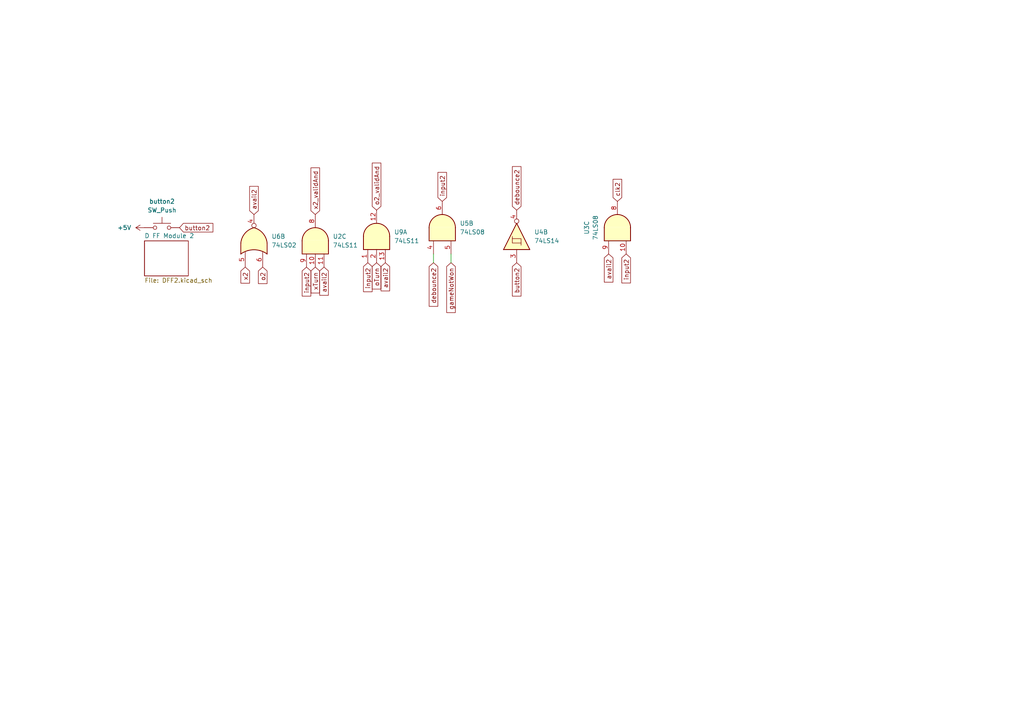
<source format=kicad_sch>
(kicad_sch
	(version 20250114)
	(generator "eeschema")
	(generator_version "9.0")
	(uuid "ecc926be-ca33-4adb-bca6-9f5bee590cbc")
	(paper "A4")
	(lib_symbols
		(symbol "74xx:74LS02"
			(pin_names
				(offset 1.016)
			)
			(exclude_from_sim no)
			(in_bom yes)
			(on_board yes)
			(property "Reference" "U"
				(at 0 1.27 0)
				(effects
					(font
						(size 1.27 1.27)
					)
				)
			)
			(property "Value" "74LS02"
				(at 0 -1.27 0)
				(effects
					(font
						(size 1.27 1.27)
					)
				)
			)
			(property "Footprint" ""
				(at 0 0 0)
				(effects
					(font
						(size 1.27 1.27)
					)
					(hide yes)
				)
			)
			(property "Datasheet" "http://www.ti.com/lit/gpn/sn74ls02"
				(at 0 0 0)
				(effects
					(font
						(size 1.27 1.27)
					)
					(hide yes)
				)
			)
			(property "Description" "quad 2-input NOR gate"
				(at 0 0 0)
				(effects
					(font
						(size 1.27 1.27)
					)
					(hide yes)
				)
			)
			(property "ki_locked" ""
				(at 0 0 0)
				(effects
					(font
						(size 1.27 1.27)
					)
				)
			)
			(property "ki_keywords" "TTL Nor2"
				(at 0 0 0)
				(effects
					(font
						(size 1.27 1.27)
					)
					(hide yes)
				)
			)
			(property "ki_fp_filters" "SO14* DIP*W7.62mm*"
				(at 0 0 0)
				(effects
					(font
						(size 1.27 1.27)
					)
					(hide yes)
				)
			)
			(symbol "74LS02_1_1"
				(arc
					(start -3.81 3.81)
					(mid -2.589 0)
					(end -3.81 -3.81)
					(stroke
						(width 0.254)
						(type default)
					)
					(fill
						(type none)
					)
				)
				(polyline
					(pts
						(xy -3.81 3.81) (xy -0.635 3.81)
					)
					(stroke
						(width 0.254)
						(type default)
					)
					(fill
						(type background)
					)
				)
				(polyline
					(pts
						(xy -3.81 -3.81) (xy -0.635 -3.81)
					)
					(stroke
						(width 0.254)
						(type default)
					)
					(fill
						(type background)
					)
				)
				(arc
					(start 3.81 0)
					(mid 2.1855 -2.584)
					(end -0.6096 -3.81)
					(stroke
						(width 0.254)
						(type default)
					)
					(fill
						(type background)
					)
				)
				(arc
					(start -0.6096 3.81)
					(mid 2.1928 2.5924)
					(end 3.81 0)
					(stroke
						(width 0.254)
						(type default)
					)
					(fill
						(type background)
					)
				)
				(polyline
					(pts
						(xy -0.635 3.81) (xy -3.81 3.81) (xy -3.81 3.81) (xy -3.556 3.4036) (xy -3.0226 2.2606) (xy -2.6924 1.0414)
						(xy -2.6162 -0.254) (xy -2.7686 -1.4986) (xy -3.175 -2.7178) (xy -3.81 -3.81) (xy -3.81 -3.81)
						(xy -0.635 -3.81)
					)
					(stroke
						(width -25.4)
						(type default)
					)
					(fill
						(type background)
					)
				)
				(pin input line
					(at -7.62 2.54 0)
					(length 4.318)
					(name "~"
						(effects
							(font
								(size 1.27 1.27)
							)
						)
					)
					(number "2"
						(effects
							(font
								(size 1.27 1.27)
							)
						)
					)
				)
				(pin input line
					(at -7.62 -2.54 0)
					(length 4.318)
					(name "~"
						(effects
							(font
								(size 1.27 1.27)
							)
						)
					)
					(number "3"
						(effects
							(font
								(size 1.27 1.27)
							)
						)
					)
				)
				(pin output inverted
					(at 7.62 0 180)
					(length 3.81)
					(name "~"
						(effects
							(font
								(size 1.27 1.27)
							)
						)
					)
					(number "1"
						(effects
							(font
								(size 1.27 1.27)
							)
						)
					)
				)
			)
			(symbol "74LS02_1_2"
				(arc
					(start 0 3.81)
					(mid 3.7934 0)
					(end 0 -3.81)
					(stroke
						(width 0.254)
						(type default)
					)
					(fill
						(type background)
					)
				)
				(polyline
					(pts
						(xy 0 3.81) (xy -3.81 3.81) (xy -3.81 -3.81) (xy 0 -3.81)
					)
					(stroke
						(width 0.254)
						(type default)
					)
					(fill
						(type background)
					)
				)
				(pin input inverted
					(at -7.62 2.54 0)
					(length 3.81)
					(name "~"
						(effects
							(font
								(size 1.27 1.27)
							)
						)
					)
					(number "2"
						(effects
							(font
								(size 1.27 1.27)
							)
						)
					)
				)
				(pin input inverted
					(at -7.62 -2.54 0)
					(length 3.81)
					(name "~"
						(effects
							(font
								(size 1.27 1.27)
							)
						)
					)
					(number "3"
						(effects
							(font
								(size 1.27 1.27)
							)
						)
					)
				)
				(pin output line
					(at 7.62 0 180)
					(length 3.81)
					(name "~"
						(effects
							(font
								(size 1.27 1.27)
							)
						)
					)
					(number "1"
						(effects
							(font
								(size 1.27 1.27)
							)
						)
					)
				)
			)
			(symbol "74LS02_2_1"
				(arc
					(start -3.81 3.81)
					(mid -2.589 0)
					(end -3.81 -3.81)
					(stroke
						(width 0.254)
						(type default)
					)
					(fill
						(type none)
					)
				)
				(polyline
					(pts
						(xy -3.81 3.81) (xy -0.635 3.81)
					)
					(stroke
						(width 0.254)
						(type default)
					)
					(fill
						(type background)
					)
				)
				(polyline
					(pts
						(xy -3.81 -3.81) (xy -0.635 -3.81)
					)
					(stroke
						(width 0.254)
						(type default)
					)
					(fill
						(type background)
					)
				)
				(arc
					(start 3.81 0)
					(mid 2.1855 -2.584)
					(end -0.6096 -3.81)
					(stroke
						(width 0.254)
						(type default)
					)
					(fill
						(type background)
					)
				)
				(arc
					(start -0.6096 3.81)
					(mid 2.1928 2.5924)
					(end 3.81 0)
					(stroke
						(width 0.254)
						(type default)
					)
					(fill
						(type background)
					)
				)
				(polyline
					(pts
						(xy -0.635 3.81) (xy -3.81 3.81) (xy -3.81 3.81) (xy -3.556 3.4036) (xy -3.0226 2.2606) (xy -2.6924 1.0414)
						(xy -2.6162 -0.254) (xy -2.7686 -1.4986) (xy -3.175 -2.7178) (xy -3.81 -3.81) (xy -3.81 -3.81)
						(xy -0.635 -3.81)
					)
					(stroke
						(width -25.4)
						(type default)
					)
					(fill
						(type background)
					)
				)
				(pin input line
					(at -7.62 2.54 0)
					(length 4.318)
					(name "~"
						(effects
							(font
								(size 1.27 1.27)
							)
						)
					)
					(number "5"
						(effects
							(font
								(size 1.27 1.27)
							)
						)
					)
				)
				(pin input line
					(at -7.62 -2.54 0)
					(length 4.318)
					(name "~"
						(effects
							(font
								(size 1.27 1.27)
							)
						)
					)
					(number "6"
						(effects
							(font
								(size 1.27 1.27)
							)
						)
					)
				)
				(pin output inverted
					(at 7.62 0 180)
					(length 3.81)
					(name "~"
						(effects
							(font
								(size 1.27 1.27)
							)
						)
					)
					(number "4"
						(effects
							(font
								(size 1.27 1.27)
							)
						)
					)
				)
			)
			(symbol "74LS02_2_2"
				(arc
					(start 0 3.81)
					(mid 3.7934 0)
					(end 0 -3.81)
					(stroke
						(width 0.254)
						(type default)
					)
					(fill
						(type background)
					)
				)
				(polyline
					(pts
						(xy 0 3.81) (xy -3.81 3.81) (xy -3.81 -3.81) (xy 0 -3.81)
					)
					(stroke
						(width 0.254)
						(type default)
					)
					(fill
						(type background)
					)
				)
				(pin input inverted
					(at -7.62 2.54 0)
					(length 3.81)
					(name "~"
						(effects
							(font
								(size 1.27 1.27)
							)
						)
					)
					(number "5"
						(effects
							(font
								(size 1.27 1.27)
							)
						)
					)
				)
				(pin input inverted
					(at -7.62 -2.54 0)
					(length 3.81)
					(name "~"
						(effects
							(font
								(size 1.27 1.27)
							)
						)
					)
					(number "6"
						(effects
							(font
								(size 1.27 1.27)
							)
						)
					)
				)
				(pin output line
					(at 7.62 0 180)
					(length 3.81)
					(name "~"
						(effects
							(font
								(size 1.27 1.27)
							)
						)
					)
					(number "4"
						(effects
							(font
								(size 1.27 1.27)
							)
						)
					)
				)
			)
			(symbol "74LS02_3_1"
				(arc
					(start -3.81 3.81)
					(mid -2.589 0)
					(end -3.81 -3.81)
					(stroke
						(width 0.254)
						(type default)
					)
					(fill
						(type none)
					)
				)
				(polyline
					(pts
						(xy -3.81 3.81) (xy -0.635 3.81)
					)
					(stroke
						(width 0.254)
						(type default)
					)
					(fill
						(type background)
					)
				)
				(polyline
					(pts
						(xy -3.81 -3.81) (xy -0.635 -3.81)
					)
					(stroke
						(width 0.254)
						(type default)
					)
					(fill
						(type background)
					)
				)
				(arc
					(start 3.81 0)
					(mid 2.1855 -2.584)
					(end -0.6096 -3.81)
					(stroke
						(width 0.254)
						(type default)
					)
					(fill
						(type background)
					)
				)
				(arc
					(start -0.6096 3.81)
					(mid 2.1928 2.5924)
					(end 3.81 0)
					(stroke
						(width 0.254)
						(type default)
					)
					(fill
						(type background)
					)
				)
				(polyline
					(pts
						(xy -0.635 3.81) (xy -3.81 3.81) (xy -3.81 3.81) (xy -3.556 3.4036) (xy -3.0226 2.2606) (xy -2.6924 1.0414)
						(xy -2.6162 -0.254) (xy -2.7686 -1.4986) (xy -3.175 -2.7178) (xy -3.81 -3.81) (xy -3.81 -3.81)
						(xy -0.635 -3.81)
					)
					(stroke
						(width -25.4)
						(type default)
					)
					(fill
						(type background)
					)
				)
				(pin input line
					(at -7.62 2.54 0)
					(length 4.318)
					(name "~"
						(effects
							(font
								(size 1.27 1.27)
							)
						)
					)
					(number "8"
						(effects
							(font
								(size 1.27 1.27)
							)
						)
					)
				)
				(pin input line
					(at -7.62 -2.54 0)
					(length 4.318)
					(name "~"
						(effects
							(font
								(size 1.27 1.27)
							)
						)
					)
					(number "9"
						(effects
							(font
								(size 1.27 1.27)
							)
						)
					)
				)
				(pin output inverted
					(at 7.62 0 180)
					(length 3.81)
					(name "~"
						(effects
							(font
								(size 1.27 1.27)
							)
						)
					)
					(number "10"
						(effects
							(font
								(size 1.27 1.27)
							)
						)
					)
				)
			)
			(symbol "74LS02_3_2"
				(arc
					(start 0 3.81)
					(mid 3.7934 0)
					(end 0 -3.81)
					(stroke
						(width 0.254)
						(type default)
					)
					(fill
						(type background)
					)
				)
				(polyline
					(pts
						(xy 0 3.81) (xy -3.81 3.81) (xy -3.81 -3.81) (xy 0 -3.81)
					)
					(stroke
						(width 0.254)
						(type default)
					)
					(fill
						(type background)
					)
				)
				(pin input inverted
					(at -7.62 2.54 0)
					(length 3.81)
					(name "~"
						(effects
							(font
								(size 1.27 1.27)
							)
						)
					)
					(number "8"
						(effects
							(font
								(size 1.27 1.27)
							)
						)
					)
				)
				(pin input inverted
					(at -7.62 -2.54 0)
					(length 3.81)
					(name "~"
						(effects
							(font
								(size 1.27 1.27)
							)
						)
					)
					(number "9"
						(effects
							(font
								(size 1.27 1.27)
							)
						)
					)
				)
				(pin output line
					(at 7.62 0 180)
					(length 3.81)
					(name "~"
						(effects
							(font
								(size 1.27 1.27)
							)
						)
					)
					(number "10"
						(effects
							(font
								(size 1.27 1.27)
							)
						)
					)
				)
			)
			(symbol "74LS02_4_1"
				(arc
					(start -3.81 3.81)
					(mid -2.589 0)
					(end -3.81 -3.81)
					(stroke
						(width 0.254)
						(type default)
					)
					(fill
						(type none)
					)
				)
				(polyline
					(pts
						(xy -3.81 3.81) (xy -0.635 3.81)
					)
					(stroke
						(width 0.254)
						(type default)
					)
					(fill
						(type background)
					)
				)
				(polyline
					(pts
						(xy -3.81 -3.81) (xy -0.635 -3.81)
					)
					(stroke
						(width 0.254)
						(type default)
					)
					(fill
						(type background)
					)
				)
				(arc
					(start 3.81 0)
					(mid 2.1855 -2.584)
					(end -0.6096 -3.81)
					(stroke
						(width 0.254)
						(type default)
					)
					(fill
						(type background)
					)
				)
				(arc
					(start -0.6096 3.81)
					(mid 2.1928 2.5924)
					(end 3.81 0)
					(stroke
						(width 0.254)
						(type default)
					)
					(fill
						(type background)
					)
				)
				(polyline
					(pts
						(xy -0.635 3.81) (xy -3.81 3.81) (xy -3.81 3.81) (xy -3.556 3.4036) (xy -3.0226 2.2606) (xy -2.6924 1.0414)
						(xy -2.6162 -0.254) (xy -2.7686 -1.4986) (xy -3.175 -2.7178) (xy -3.81 -3.81) (xy -3.81 -3.81)
						(xy -0.635 -3.81)
					)
					(stroke
						(width -25.4)
						(type default)
					)
					(fill
						(type background)
					)
				)
				(pin input line
					(at -7.62 2.54 0)
					(length 4.318)
					(name "~"
						(effects
							(font
								(size 1.27 1.27)
							)
						)
					)
					(number "11"
						(effects
							(font
								(size 1.27 1.27)
							)
						)
					)
				)
				(pin input line
					(at -7.62 -2.54 0)
					(length 4.318)
					(name "~"
						(effects
							(font
								(size 1.27 1.27)
							)
						)
					)
					(number "12"
						(effects
							(font
								(size 1.27 1.27)
							)
						)
					)
				)
				(pin output inverted
					(at 7.62 0 180)
					(length 3.81)
					(name "~"
						(effects
							(font
								(size 1.27 1.27)
							)
						)
					)
					(number "13"
						(effects
							(font
								(size 1.27 1.27)
							)
						)
					)
				)
			)
			(symbol "74LS02_4_2"
				(arc
					(start 0 3.81)
					(mid 3.7934 0)
					(end 0 -3.81)
					(stroke
						(width 0.254)
						(type default)
					)
					(fill
						(type background)
					)
				)
				(polyline
					(pts
						(xy 0 3.81) (xy -3.81 3.81) (xy -3.81 -3.81) (xy 0 -3.81)
					)
					(stroke
						(width 0.254)
						(type default)
					)
					(fill
						(type background)
					)
				)
				(pin input inverted
					(at -7.62 2.54 0)
					(length 3.81)
					(name "~"
						(effects
							(font
								(size 1.27 1.27)
							)
						)
					)
					(number "11"
						(effects
							(font
								(size 1.27 1.27)
							)
						)
					)
				)
				(pin input inverted
					(at -7.62 -2.54 0)
					(length 3.81)
					(name "~"
						(effects
							(font
								(size 1.27 1.27)
							)
						)
					)
					(number "12"
						(effects
							(font
								(size 1.27 1.27)
							)
						)
					)
				)
				(pin output line
					(at 7.62 0 180)
					(length 3.81)
					(name "~"
						(effects
							(font
								(size 1.27 1.27)
							)
						)
					)
					(number "13"
						(effects
							(font
								(size 1.27 1.27)
							)
						)
					)
				)
			)
			(symbol "74LS02_5_0"
				(pin power_in line
					(at 0 12.7 270)
					(length 5.08)
					(name "VCC"
						(effects
							(font
								(size 1.27 1.27)
							)
						)
					)
					(number "14"
						(effects
							(font
								(size 1.27 1.27)
							)
						)
					)
				)
				(pin power_in line
					(at 0 -12.7 90)
					(length 5.08)
					(name "GND"
						(effects
							(font
								(size 1.27 1.27)
							)
						)
					)
					(number "7"
						(effects
							(font
								(size 1.27 1.27)
							)
						)
					)
				)
			)
			(symbol "74LS02_5_1"
				(rectangle
					(start -5.08 7.62)
					(end 5.08 -7.62)
					(stroke
						(width 0.254)
						(type default)
					)
					(fill
						(type background)
					)
				)
			)
			(embedded_fonts no)
		)
		(symbol "74xx:74LS08"
			(pin_names
				(offset 1.016)
			)
			(exclude_from_sim no)
			(in_bom yes)
			(on_board yes)
			(property "Reference" "U"
				(at 0 1.27 0)
				(effects
					(font
						(size 1.27 1.27)
					)
				)
			)
			(property "Value" "74LS08"
				(at 0 -1.27 0)
				(effects
					(font
						(size 1.27 1.27)
					)
				)
			)
			(property "Footprint" ""
				(at 0 0 0)
				(effects
					(font
						(size 1.27 1.27)
					)
					(hide yes)
				)
			)
			(property "Datasheet" "http://www.ti.com/lit/gpn/sn74LS08"
				(at 0 0 0)
				(effects
					(font
						(size 1.27 1.27)
					)
					(hide yes)
				)
			)
			(property "Description" "Quad And2"
				(at 0 0 0)
				(effects
					(font
						(size 1.27 1.27)
					)
					(hide yes)
				)
			)
			(property "ki_locked" ""
				(at 0 0 0)
				(effects
					(font
						(size 1.27 1.27)
					)
				)
			)
			(property "ki_keywords" "TTL and2"
				(at 0 0 0)
				(effects
					(font
						(size 1.27 1.27)
					)
					(hide yes)
				)
			)
			(property "ki_fp_filters" "DIP*W7.62mm*"
				(at 0 0 0)
				(effects
					(font
						(size 1.27 1.27)
					)
					(hide yes)
				)
			)
			(symbol "74LS08_1_1"
				(arc
					(start 0 3.81)
					(mid 3.7934 0)
					(end 0 -3.81)
					(stroke
						(width 0.254)
						(type default)
					)
					(fill
						(type background)
					)
				)
				(polyline
					(pts
						(xy 0 3.81) (xy -3.81 3.81) (xy -3.81 -3.81) (xy 0 -3.81)
					)
					(stroke
						(width 0.254)
						(type default)
					)
					(fill
						(type background)
					)
				)
				(pin input line
					(at -7.62 2.54 0)
					(length 3.81)
					(name "~"
						(effects
							(font
								(size 1.27 1.27)
							)
						)
					)
					(number "1"
						(effects
							(font
								(size 1.27 1.27)
							)
						)
					)
				)
				(pin input line
					(at -7.62 -2.54 0)
					(length 3.81)
					(name "~"
						(effects
							(font
								(size 1.27 1.27)
							)
						)
					)
					(number "2"
						(effects
							(font
								(size 1.27 1.27)
							)
						)
					)
				)
				(pin output line
					(at 7.62 0 180)
					(length 3.81)
					(name "~"
						(effects
							(font
								(size 1.27 1.27)
							)
						)
					)
					(number "3"
						(effects
							(font
								(size 1.27 1.27)
							)
						)
					)
				)
			)
			(symbol "74LS08_1_2"
				(arc
					(start -3.81 3.81)
					(mid -2.589 0)
					(end -3.81 -3.81)
					(stroke
						(width 0.254)
						(type default)
					)
					(fill
						(type none)
					)
				)
				(polyline
					(pts
						(xy -3.81 3.81) (xy -0.635 3.81)
					)
					(stroke
						(width 0.254)
						(type default)
					)
					(fill
						(type background)
					)
				)
				(polyline
					(pts
						(xy -3.81 -3.81) (xy -0.635 -3.81)
					)
					(stroke
						(width 0.254)
						(type default)
					)
					(fill
						(type background)
					)
				)
				(arc
					(start 3.81 0)
					(mid 2.1855 -2.584)
					(end -0.6096 -3.81)
					(stroke
						(width 0.254)
						(type default)
					)
					(fill
						(type background)
					)
				)
				(arc
					(start -0.6096 3.81)
					(mid 2.1928 2.5924)
					(end 3.81 0)
					(stroke
						(width 0.254)
						(type default)
					)
					(fill
						(type background)
					)
				)
				(polyline
					(pts
						(xy -0.635 3.81) (xy -3.81 3.81) (xy -3.81 3.81) (xy -3.556 3.4036) (xy -3.0226 2.2606) (xy -2.6924 1.0414)
						(xy -2.6162 -0.254) (xy -2.7686 -1.4986) (xy -3.175 -2.7178) (xy -3.81 -3.81) (xy -3.81 -3.81)
						(xy -0.635 -3.81)
					)
					(stroke
						(width -25.4)
						(type default)
					)
					(fill
						(type background)
					)
				)
				(pin input inverted
					(at -7.62 2.54 0)
					(length 4.318)
					(name "~"
						(effects
							(font
								(size 1.27 1.27)
							)
						)
					)
					(number "1"
						(effects
							(font
								(size 1.27 1.27)
							)
						)
					)
				)
				(pin input inverted
					(at -7.62 -2.54 0)
					(length 4.318)
					(name "~"
						(effects
							(font
								(size 1.27 1.27)
							)
						)
					)
					(number "2"
						(effects
							(font
								(size 1.27 1.27)
							)
						)
					)
				)
				(pin output inverted
					(at 7.62 0 180)
					(length 3.81)
					(name "~"
						(effects
							(font
								(size 1.27 1.27)
							)
						)
					)
					(number "3"
						(effects
							(font
								(size 1.27 1.27)
							)
						)
					)
				)
			)
			(symbol "74LS08_2_1"
				(arc
					(start 0 3.81)
					(mid 3.7934 0)
					(end 0 -3.81)
					(stroke
						(width 0.254)
						(type default)
					)
					(fill
						(type background)
					)
				)
				(polyline
					(pts
						(xy 0 3.81) (xy -3.81 3.81) (xy -3.81 -3.81) (xy 0 -3.81)
					)
					(stroke
						(width 0.254)
						(type default)
					)
					(fill
						(type background)
					)
				)
				(pin input line
					(at -7.62 2.54 0)
					(length 3.81)
					(name "~"
						(effects
							(font
								(size 1.27 1.27)
							)
						)
					)
					(number "4"
						(effects
							(font
								(size 1.27 1.27)
							)
						)
					)
				)
				(pin input line
					(at -7.62 -2.54 0)
					(length 3.81)
					(name "~"
						(effects
							(font
								(size 1.27 1.27)
							)
						)
					)
					(number "5"
						(effects
							(font
								(size 1.27 1.27)
							)
						)
					)
				)
				(pin output line
					(at 7.62 0 180)
					(length 3.81)
					(name "~"
						(effects
							(font
								(size 1.27 1.27)
							)
						)
					)
					(number "6"
						(effects
							(font
								(size 1.27 1.27)
							)
						)
					)
				)
			)
			(symbol "74LS08_2_2"
				(arc
					(start -3.81 3.81)
					(mid -2.589 0)
					(end -3.81 -3.81)
					(stroke
						(width 0.254)
						(type default)
					)
					(fill
						(type none)
					)
				)
				(polyline
					(pts
						(xy -3.81 3.81) (xy -0.635 3.81)
					)
					(stroke
						(width 0.254)
						(type default)
					)
					(fill
						(type background)
					)
				)
				(polyline
					(pts
						(xy -3.81 -3.81) (xy -0.635 -3.81)
					)
					(stroke
						(width 0.254)
						(type default)
					)
					(fill
						(type background)
					)
				)
				(arc
					(start 3.81 0)
					(mid 2.1855 -2.584)
					(end -0.6096 -3.81)
					(stroke
						(width 0.254)
						(type default)
					)
					(fill
						(type background)
					)
				)
				(arc
					(start -0.6096 3.81)
					(mid 2.1928 2.5924)
					(end 3.81 0)
					(stroke
						(width 0.254)
						(type default)
					)
					(fill
						(type background)
					)
				)
				(polyline
					(pts
						(xy -0.635 3.81) (xy -3.81 3.81) (xy -3.81 3.81) (xy -3.556 3.4036) (xy -3.0226 2.2606) (xy -2.6924 1.0414)
						(xy -2.6162 -0.254) (xy -2.7686 -1.4986) (xy -3.175 -2.7178) (xy -3.81 -3.81) (xy -3.81 -3.81)
						(xy -0.635 -3.81)
					)
					(stroke
						(width -25.4)
						(type default)
					)
					(fill
						(type background)
					)
				)
				(pin input inverted
					(at -7.62 2.54 0)
					(length 4.318)
					(name "~"
						(effects
							(font
								(size 1.27 1.27)
							)
						)
					)
					(number "4"
						(effects
							(font
								(size 1.27 1.27)
							)
						)
					)
				)
				(pin input inverted
					(at -7.62 -2.54 0)
					(length 4.318)
					(name "~"
						(effects
							(font
								(size 1.27 1.27)
							)
						)
					)
					(number "5"
						(effects
							(font
								(size 1.27 1.27)
							)
						)
					)
				)
				(pin output inverted
					(at 7.62 0 180)
					(length 3.81)
					(name "~"
						(effects
							(font
								(size 1.27 1.27)
							)
						)
					)
					(number "6"
						(effects
							(font
								(size 1.27 1.27)
							)
						)
					)
				)
			)
			(symbol "74LS08_3_1"
				(arc
					(start 0 3.81)
					(mid 3.7934 0)
					(end 0 -3.81)
					(stroke
						(width 0.254)
						(type default)
					)
					(fill
						(type background)
					)
				)
				(polyline
					(pts
						(xy 0 3.81) (xy -3.81 3.81) (xy -3.81 -3.81) (xy 0 -3.81)
					)
					(stroke
						(width 0.254)
						(type default)
					)
					(fill
						(type background)
					)
				)
				(pin input line
					(at -7.62 2.54 0)
					(length 3.81)
					(name "~"
						(effects
							(font
								(size 1.27 1.27)
							)
						)
					)
					(number "9"
						(effects
							(font
								(size 1.27 1.27)
							)
						)
					)
				)
				(pin input line
					(at -7.62 -2.54 0)
					(length 3.81)
					(name "~"
						(effects
							(font
								(size 1.27 1.27)
							)
						)
					)
					(number "10"
						(effects
							(font
								(size 1.27 1.27)
							)
						)
					)
				)
				(pin output line
					(at 7.62 0 180)
					(length 3.81)
					(name "~"
						(effects
							(font
								(size 1.27 1.27)
							)
						)
					)
					(number "8"
						(effects
							(font
								(size 1.27 1.27)
							)
						)
					)
				)
			)
			(symbol "74LS08_3_2"
				(arc
					(start -3.81 3.81)
					(mid -2.589 0)
					(end -3.81 -3.81)
					(stroke
						(width 0.254)
						(type default)
					)
					(fill
						(type none)
					)
				)
				(polyline
					(pts
						(xy -3.81 3.81) (xy -0.635 3.81)
					)
					(stroke
						(width 0.254)
						(type default)
					)
					(fill
						(type background)
					)
				)
				(polyline
					(pts
						(xy -3.81 -3.81) (xy -0.635 -3.81)
					)
					(stroke
						(width 0.254)
						(type default)
					)
					(fill
						(type background)
					)
				)
				(arc
					(start 3.81 0)
					(mid 2.1855 -2.584)
					(end -0.6096 -3.81)
					(stroke
						(width 0.254)
						(type default)
					)
					(fill
						(type background)
					)
				)
				(arc
					(start -0.6096 3.81)
					(mid 2.1928 2.5924)
					(end 3.81 0)
					(stroke
						(width 0.254)
						(type default)
					)
					(fill
						(type background)
					)
				)
				(polyline
					(pts
						(xy -0.635 3.81) (xy -3.81 3.81) (xy -3.81 3.81) (xy -3.556 3.4036) (xy -3.0226 2.2606) (xy -2.6924 1.0414)
						(xy -2.6162 -0.254) (xy -2.7686 -1.4986) (xy -3.175 -2.7178) (xy -3.81 -3.81) (xy -3.81 -3.81)
						(xy -0.635 -3.81)
					)
					(stroke
						(width -25.4)
						(type default)
					)
					(fill
						(type background)
					)
				)
				(pin input inverted
					(at -7.62 2.54 0)
					(length 4.318)
					(name "~"
						(effects
							(font
								(size 1.27 1.27)
							)
						)
					)
					(number "9"
						(effects
							(font
								(size 1.27 1.27)
							)
						)
					)
				)
				(pin input inverted
					(at -7.62 -2.54 0)
					(length 4.318)
					(name "~"
						(effects
							(font
								(size 1.27 1.27)
							)
						)
					)
					(number "10"
						(effects
							(font
								(size 1.27 1.27)
							)
						)
					)
				)
				(pin output inverted
					(at 7.62 0 180)
					(length 3.81)
					(name "~"
						(effects
							(font
								(size 1.27 1.27)
							)
						)
					)
					(number "8"
						(effects
							(font
								(size 1.27 1.27)
							)
						)
					)
				)
			)
			(symbol "74LS08_4_1"
				(arc
					(start 0 3.81)
					(mid 3.7934 0)
					(end 0 -3.81)
					(stroke
						(width 0.254)
						(type default)
					)
					(fill
						(type background)
					)
				)
				(polyline
					(pts
						(xy 0 3.81) (xy -3.81 3.81) (xy -3.81 -3.81) (xy 0 -3.81)
					)
					(stroke
						(width 0.254)
						(type default)
					)
					(fill
						(type background)
					)
				)
				(pin input line
					(at -7.62 2.54 0)
					(length 3.81)
					(name "~"
						(effects
							(font
								(size 1.27 1.27)
							)
						)
					)
					(number "12"
						(effects
							(font
								(size 1.27 1.27)
							)
						)
					)
				)
				(pin input line
					(at -7.62 -2.54 0)
					(length 3.81)
					(name "~"
						(effects
							(font
								(size 1.27 1.27)
							)
						)
					)
					(number "13"
						(effects
							(font
								(size 1.27 1.27)
							)
						)
					)
				)
				(pin output line
					(at 7.62 0 180)
					(length 3.81)
					(name "~"
						(effects
							(font
								(size 1.27 1.27)
							)
						)
					)
					(number "11"
						(effects
							(font
								(size 1.27 1.27)
							)
						)
					)
				)
			)
			(symbol "74LS08_4_2"
				(arc
					(start -3.81 3.81)
					(mid -2.589 0)
					(end -3.81 -3.81)
					(stroke
						(width 0.254)
						(type default)
					)
					(fill
						(type none)
					)
				)
				(polyline
					(pts
						(xy -3.81 3.81) (xy -0.635 3.81)
					)
					(stroke
						(width 0.254)
						(type default)
					)
					(fill
						(type background)
					)
				)
				(polyline
					(pts
						(xy -3.81 -3.81) (xy -0.635 -3.81)
					)
					(stroke
						(width 0.254)
						(type default)
					)
					(fill
						(type background)
					)
				)
				(arc
					(start 3.81 0)
					(mid 2.1855 -2.584)
					(end -0.6096 -3.81)
					(stroke
						(width 0.254)
						(type default)
					)
					(fill
						(type background)
					)
				)
				(arc
					(start -0.6096 3.81)
					(mid 2.1928 2.5924)
					(end 3.81 0)
					(stroke
						(width 0.254)
						(type default)
					)
					(fill
						(type background)
					)
				)
				(polyline
					(pts
						(xy -0.635 3.81) (xy -3.81 3.81) (xy -3.81 3.81) (xy -3.556 3.4036) (xy -3.0226 2.2606) (xy -2.6924 1.0414)
						(xy -2.6162 -0.254) (xy -2.7686 -1.4986) (xy -3.175 -2.7178) (xy -3.81 -3.81) (xy -3.81 -3.81)
						(xy -0.635 -3.81)
					)
					(stroke
						(width -25.4)
						(type default)
					)
					(fill
						(type background)
					)
				)
				(pin input inverted
					(at -7.62 2.54 0)
					(length 4.318)
					(name "~"
						(effects
							(font
								(size 1.27 1.27)
							)
						)
					)
					(number "12"
						(effects
							(font
								(size 1.27 1.27)
							)
						)
					)
				)
				(pin input inverted
					(at -7.62 -2.54 0)
					(length 4.318)
					(name "~"
						(effects
							(font
								(size 1.27 1.27)
							)
						)
					)
					(number "13"
						(effects
							(font
								(size 1.27 1.27)
							)
						)
					)
				)
				(pin output inverted
					(at 7.62 0 180)
					(length 3.81)
					(name "~"
						(effects
							(font
								(size 1.27 1.27)
							)
						)
					)
					(number "11"
						(effects
							(font
								(size 1.27 1.27)
							)
						)
					)
				)
			)
			(symbol "74LS08_5_0"
				(pin power_in line
					(at 0 12.7 270)
					(length 5.08)
					(name "VCC"
						(effects
							(font
								(size 1.27 1.27)
							)
						)
					)
					(number "14"
						(effects
							(font
								(size 1.27 1.27)
							)
						)
					)
				)
				(pin power_in line
					(at 0 -12.7 90)
					(length 5.08)
					(name "GND"
						(effects
							(font
								(size 1.27 1.27)
							)
						)
					)
					(number "7"
						(effects
							(font
								(size 1.27 1.27)
							)
						)
					)
				)
			)
			(symbol "74LS08_5_1"
				(rectangle
					(start -5.08 7.62)
					(end 5.08 -7.62)
					(stroke
						(width 0.254)
						(type default)
					)
					(fill
						(type background)
					)
				)
			)
			(embedded_fonts no)
		)
		(symbol "74xx:74LS11"
			(pin_names
				(offset 1.016)
			)
			(exclude_from_sim no)
			(in_bom yes)
			(on_board yes)
			(property "Reference" "U"
				(at 0 1.27 0)
				(effects
					(font
						(size 1.27 1.27)
					)
				)
			)
			(property "Value" "74LS11"
				(at 0 -1.27 0)
				(effects
					(font
						(size 1.27 1.27)
					)
				)
			)
			(property "Footprint" ""
				(at 0 0 0)
				(effects
					(font
						(size 1.27 1.27)
					)
					(hide yes)
				)
			)
			(property "Datasheet" "http://www.ti.com/lit/gpn/sn74LS11"
				(at 0 0 0)
				(effects
					(font
						(size 1.27 1.27)
					)
					(hide yes)
				)
			)
			(property "Description" "Triple 3-input AND"
				(at 0 0 0)
				(effects
					(font
						(size 1.27 1.27)
					)
					(hide yes)
				)
			)
			(property "ki_locked" ""
				(at 0 0 0)
				(effects
					(font
						(size 1.27 1.27)
					)
				)
			)
			(property "ki_keywords" "TTL And3"
				(at 0 0 0)
				(effects
					(font
						(size 1.27 1.27)
					)
					(hide yes)
				)
			)
			(property "ki_fp_filters" "DIP*W7.62mm*"
				(at 0 0 0)
				(effects
					(font
						(size 1.27 1.27)
					)
					(hide yes)
				)
			)
			(symbol "74LS11_1_1"
				(arc
					(start 0 3.81)
					(mid 3.7934 0)
					(end 0 -3.81)
					(stroke
						(width 0.254)
						(type default)
					)
					(fill
						(type background)
					)
				)
				(polyline
					(pts
						(xy 0 3.81) (xy -3.81 3.81) (xy -3.81 -3.81) (xy 0 -3.81)
					)
					(stroke
						(width 0.254)
						(type default)
					)
					(fill
						(type background)
					)
				)
				(pin input line
					(at -7.62 2.54 0)
					(length 3.81)
					(name "~"
						(effects
							(font
								(size 1.27 1.27)
							)
						)
					)
					(number "1"
						(effects
							(font
								(size 1.27 1.27)
							)
						)
					)
				)
				(pin input line
					(at -7.62 0 0)
					(length 3.81)
					(name "~"
						(effects
							(font
								(size 1.27 1.27)
							)
						)
					)
					(number "2"
						(effects
							(font
								(size 1.27 1.27)
							)
						)
					)
				)
				(pin input line
					(at -7.62 -2.54 0)
					(length 3.81)
					(name "~"
						(effects
							(font
								(size 1.27 1.27)
							)
						)
					)
					(number "13"
						(effects
							(font
								(size 1.27 1.27)
							)
						)
					)
				)
				(pin output line
					(at 7.62 0 180)
					(length 3.81)
					(name "~"
						(effects
							(font
								(size 1.27 1.27)
							)
						)
					)
					(number "12"
						(effects
							(font
								(size 1.27 1.27)
							)
						)
					)
				)
			)
			(symbol "74LS11_1_2"
				(arc
					(start -3.81 3.81)
					(mid -2.589 0)
					(end -3.81 -3.81)
					(stroke
						(width 0.254)
						(type default)
					)
					(fill
						(type none)
					)
				)
				(polyline
					(pts
						(xy -3.81 3.81) (xy -0.635 3.81)
					)
					(stroke
						(width 0.254)
						(type default)
					)
					(fill
						(type background)
					)
				)
				(polyline
					(pts
						(xy -3.81 -3.81) (xy -0.635 -3.81)
					)
					(stroke
						(width 0.254)
						(type default)
					)
					(fill
						(type background)
					)
				)
				(arc
					(start 3.81 0)
					(mid 2.1855 -2.584)
					(end -0.6096 -3.81)
					(stroke
						(width 0.254)
						(type default)
					)
					(fill
						(type background)
					)
				)
				(arc
					(start -0.6096 3.81)
					(mid 2.1928 2.5924)
					(end 3.81 0)
					(stroke
						(width 0.254)
						(type default)
					)
					(fill
						(type background)
					)
				)
				(polyline
					(pts
						(xy -0.635 3.81) (xy -3.81 3.81) (xy -3.81 3.81) (xy -3.556 3.4036) (xy -3.0226 2.2606) (xy -2.6924 1.0414)
						(xy -2.6162 -0.254) (xy -2.7686 -1.4986) (xy -3.175 -2.7178) (xy -3.81 -3.81) (xy -3.81 -3.81)
						(xy -0.635 -3.81)
					)
					(stroke
						(width -25.4)
						(type default)
					)
					(fill
						(type background)
					)
				)
				(pin input inverted
					(at -7.62 2.54 0)
					(length 4.318)
					(name "~"
						(effects
							(font
								(size 1.27 1.27)
							)
						)
					)
					(number "1"
						(effects
							(font
								(size 1.27 1.27)
							)
						)
					)
				)
				(pin input inverted
					(at -7.62 0 0)
					(length 4.953)
					(name "~"
						(effects
							(font
								(size 1.27 1.27)
							)
						)
					)
					(number "2"
						(effects
							(font
								(size 1.27 1.27)
							)
						)
					)
				)
				(pin input inverted
					(at -7.62 -2.54 0)
					(length 4.318)
					(name "~"
						(effects
							(font
								(size 1.27 1.27)
							)
						)
					)
					(number "13"
						(effects
							(font
								(size 1.27 1.27)
							)
						)
					)
				)
				(pin output inverted
					(at 7.62 0 180)
					(length 3.81)
					(name "~"
						(effects
							(font
								(size 1.27 1.27)
							)
						)
					)
					(number "12"
						(effects
							(font
								(size 1.27 1.27)
							)
						)
					)
				)
			)
			(symbol "74LS11_2_1"
				(arc
					(start 0 3.81)
					(mid 3.7934 0)
					(end 0 -3.81)
					(stroke
						(width 0.254)
						(type default)
					)
					(fill
						(type background)
					)
				)
				(polyline
					(pts
						(xy 0 3.81) (xy -3.81 3.81) (xy -3.81 -3.81) (xy 0 -3.81)
					)
					(stroke
						(width 0.254)
						(type default)
					)
					(fill
						(type background)
					)
				)
				(pin input line
					(at -7.62 2.54 0)
					(length 3.81)
					(name "~"
						(effects
							(font
								(size 1.27 1.27)
							)
						)
					)
					(number "3"
						(effects
							(font
								(size 1.27 1.27)
							)
						)
					)
				)
				(pin input line
					(at -7.62 0 0)
					(length 3.81)
					(name "~"
						(effects
							(font
								(size 1.27 1.27)
							)
						)
					)
					(number "4"
						(effects
							(font
								(size 1.27 1.27)
							)
						)
					)
				)
				(pin input line
					(at -7.62 -2.54 0)
					(length 3.81)
					(name "~"
						(effects
							(font
								(size 1.27 1.27)
							)
						)
					)
					(number "5"
						(effects
							(font
								(size 1.27 1.27)
							)
						)
					)
				)
				(pin output line
					(at 7.62 0 180)
					(length 3.81)
					(name "~"
						(effects
							(font
								(size 1.27 1.27)
							)
						)
					)
					(number "6"
						(effects
							(font
								(size 1.27 1.27)
							)
						)
					)
				)
			)
			(symbol "74LS11_2_2"
				(arc
					(start -3.81 3.81)
					(mid -2.589 0)
					(end -3.81 -3.81)
					(stroke
						(width 0.254)
						(type default)
					)
					(fill
						(type none)
					)
				)
				(polyline
					(pts
						(xy -3.81 3.81) (xy -0.635 3.81)
					)
					(stroke
						(width 0.254)
						(type default)
					)
					(fill
						(type background)
					)
				)
				(polyline
					(pts
						(xy -3.81 -3.81) (xy -0.635 -3.81)
					)
					(stroke
						(width 0.254)
						(type default)
					)
					(fill
						(type background)
					)
				)
				(arc
					(start 3.81 0)
					(mid 2.1855 -2.584)
					(end -0.6096 -3.81)
					(stroke
						(width 0.254)
						(type default)
					)
					(fill
						(type background)
					)
				)
				(arc
					(start -0.6096 3.81)
					(mid 2.1928 2.5924)
					(end 3.81 0)
					(stroke
						(width 0.254)
						(type default)
					)
					(fill
						(type background)
					)
				)
				(polyline
					(pts
						(xy -0.635 3.81) (xy -3.81 3.81) (xy -3.81 3.81) (xy -3.556 3.4036) (xy -3.0226 2.2606) (xy -2.6924 1.0414)
						(xy -2.6162 -0.254) (xy -2.7686 -1.4986) (xy -3.175 -2.7178) (xy -3.81 -3.81) (xy -3.81 -3.81)
						(xy -0.635 -3.81)
					)
					(stroke
						(width -25.4)
						(type default)
					)
					(fill
						(type background)
					)
				)
				(pin input inverted
					(at -7.62 2.54 0)
					(length 4.318)
					(name "~"
						(effects
							(font
								(size 1.27 1.27)
							)
						)
					)
					(number "3"
						(effects
							(font
								(size 1.27 1.27)
							)
						)
					)
				)
				(pin input inverted
					(at -7.62 0 0)
					(length 4.953)
					(name "~"
						(effects
							(font
								(size 1.27 1.27)
							)
						)
					)
					(number "4"
						(effects
							(font
								(size 1.27 1.27)
							)
						)
					)
				)
				(pin input inverted
					(at -7.62 -2.54 0)
					(length 4.318)
					(name "~"
						(effects
							(font
								(size 1.27 1.27)
							)
						)
					)
					(number "5"
						(effects
							(font
								(size 1.27 1.27)
							)
						)
					)
				)
				(pin output inverted
					(at 7.62 0 180)
					(length 3.81)
					(name "~"
						(effects
							(font
								(size 1.27 1.27)
							)
						)
					)
					(number "6"
						(effects
							(font
								(size 1.27 1.27)
							)
						)
					)
				)
			)
			(symbol "74LS11_3_1"
				(arc
					(start 0 3.81)
					(mid 3.7934 0)
					(end 0 -3.81)
					(stroke
						(width 0.254)
						(type default)
					)
					(fill
						(type background)
					)
				)
				(polyline
					(pts
						(xy 0 3.81) (xy -3.81 3.81) (xy -3.81 -3.81) (xy 0 -3.81)
					)
					(stroke
						(width 0.254)
						(type default)
					)
					(fill
						(type background)
					)
				)
				(pin input line
					(at -7.62 2.54 0)
					(length 3.81)
					(name "~"
						(effects
							(font
								(size 1.27 1.27)
							)
						)
					)
					(number "9"
						(effects
							(font
								(size 1.27 1.27)
							)
						)
					)
				)
				(pin input line
					(at -7.62 0 0)
					(length 3.81)
					(name "~"
						(effects
							(font
								(size 1.27 1.27)
							)
						)
					)
					(number "10"
						(effects
							(font
								(size 1.27 1.27)
							)
						)
					)
				)
				(pin input line
					(at -7.62 -2.54 0)
					(length 3.81)
					(name "~"
						(effects
							(font
								(size 1.27 1.27)
							)
						)
					)
					(number "11"
						(effects
							(font
								(size 1.27 1.27)
							)
						)
					)
				)
				(pin output line
					(at 7.62 0 180)
					(length 3.81)
					(name "~"
						(effects
							(font
								(size 1.27 1.27)
							)
						)
					)
					(number "8"
						(effects
							(font
								(size 1.27 1.27)
							)
						)
					)
				)
			)
			(symbol "74LS11_3_2"
				(arc
					(start -3.81 3.81)
					(mid -2.589 0)
					(end -3.81 -3.81)
					(stroke
						(width 0.254)
						(type default)
					)
					(fill
						(type none)
					)
				)
				(polyline
					(pts
						(xy -3.81 3.81) (xy -0.635 3.81)
					)
					(stroke
						(width 0.254)
						(type default)
					)
					(fill
						(type background)
					)
				)
				(polyline
					(pts
						(xy -3.81 -3.81) (xy -0.635 -3.81)
					)
					(stroke
						(width 0.254)
						(type default)
					)
					(fill
						(type background)
					)
				)
				(arc
					(start 3.81 0)
					(mid 2.1855 -2.584)
					(end -0.6096 -3.81)
					(stroke
						(width 0.254)
						(type default)
					)
					(fill
						(type background)
					)
				)
				(arc
					(start -0.6096 3.81)
					(mid 2.1928 2.5924)
					(end 3.81 0)
					(stroke
						(width 0.254)
						(type default)
					)
					(fill
						(type background)
					)
				)
				(polyline
					(pts
						(xy -0.635 3.81) (xy -3.81 3.81) (xy -3.81 3.81) (xy -3.556 3.4036) (xy -3.0226 2.2606) (xy -2.6924 1.0414)
						(xy -2.6162 -0.254) (xy -2.7686 -1.4986) (xy -3.175 -2.7178) (xy -3.81 -3.81) (xy -3.81 -3.81)
						(xy -0.635 -3.81)
					)
					(stroke
						(width -25.4)
						(type default)
					)
					(fill
						(type background)
					)
				)
				(pin input inverted
					(at -7.62 2.54 0)
					(length 4.318)
					(name "~"
						(effects
							(font
								(size 1.27 1.27)
							)
						)
					)
					(number "9"
						(effects
							(font
								(size 1.27 1.27)
							)
						)
					)
				)
				(pin input inverted
					(at -7.62 0 0)
					(length 4.953)
					(name "~"
						(effects
							(font
								(size 1.27 1.27)
							)
						)
					)
					(number "10"
						(effects
							(font
								(size 1.27 1.27)
							)
						)
					)
				)
				(pin input inverted
					(at -7.62 -2.54 0)
					(length 4.318)
					(name "~"
						(effects
							(font
								(size 1.27 1.27)
							)
						)
					)
					(number "11"
						(effects
							(font
								(size 1.27 1.27)
							)
						)
					)
				)
				(pin output inverted
					(at 7.62 0 180)
					(length 3.81)
					(name "~"
						(effects
							(font
								(size 1.27 1.27)
							)
						)
					)
					(number "8"
						(effects
							(font
								(size 1.27 1.27)
							)
						)
					)
				)
			)
			(symbol "74LS11_4_0"
				(pin power_in line
					(at 0 12.7 270)
					(length 5.08)
					(name "VCC"
						(effects
							(font
								(size 1.27 1.27)
							)
						)
					)
					(number "14"
						(effects
							(font
								(size 1.27 1.27)
							)
						)
					)
				)
				(pin power_in line
					(at 0 -12.7 90)
					(length 5.08)
					(name "GND"
						(effects
							(font
								(size 1.27 1.27)
							)
						)
					)
					(number "7"
						(effects
							(font
								(size 1.27 1.27)
							)
						)
					)
				)
			)
			(symbol "74LS11_4_1"
				(rectangle
					(start -5.08 7.62)
					(end 5.08 -7.62)
					(stroke
						(width 0.254)
						(type default)
					)
					(fill
						(type background)
					)
				)
			)
			(embedded_fonts no)
		)
		(symbol "74xx:74LS14"
			(pin_names
				(offset 1.016)
			)
			(exclude_from_sim no)
			(in_bom yes)
			(on_board yes)
			(property "Reference" "U"
				(at 0 1.27 0)
				(effects
					(font
						(size 1.27 1.27)
					)
				)
			)
			(property "Value" "74LS14"
				(at 0 -1.27 0)
				(effects
					(font
						(size 1.27 1.27)
					)
				)
			)
			(property "Footprint" ""
				(at 0 0 0)
				(effects
					(font
						(size 1.27 1.27)
					)
					(hide yes)
				)
			)
			(property "Datasheet" "http://www.ti.com/lit/gpn/sn74LS14"
				(at 0 0 0)
				(effects
					(font
						(size 1.27 1.27)
					)
					(hide yes)
				)
			)
			(property "Description" "Hex inverter schmitt trigger"
				(at 0 0 0)
				(effects
					(font
						(size 1.27 1.27)
					)
					(hide yes)
				)
			)
			(property "ki_locked" ""
				(at 0 0 0)
				(effects
					(font
						(size 1.27 1.27)
					)
				)
			)
			(property "ki_keywords" "TTL not inverter"
				(at 0 0 0)
				(effects
					(font
						(size 1.27 1.27)
					)
					(hide yes)
				)
			)
			(property "ki_fp_filters" "DIP*W7.62mm*"
				(at 0 0 0)
				(effects
					(font
						(size 1.27 1.27)
					)
					(hide yes)
				)
			)
			(symbol "74LS14_1_0"
				(polyline
					(pts
						(xy -3.81 3.81) (xy -3.81 -3.81) (xy 3.81 0) (xy -3.81 3.81)
					)
					(stroke
						(width 0.254)
						(type default)
					)
					(fill
						(type background)
					)
				)
				(pin input line
					(at -7.62 0 0)
					(length 3.81)
					(name "~"
						(effects
							(font
								(size 1.27 1.27)
							)
						)
					)
					(number "1"
						(effects
							(font
								(size 1.27 1.27)
							)
						)
					)
				)
				(pin output inverted
					(at 7.62 0 180)
					(length 3.81)
					(name "~"
						(effects
							(font
								(size 1.27 1.27)
							)
						)
					)
					(number "2"
						(effects
							(font
								(size 1.27 1.27)
							)
						)
					)
				)
			)
			(symbol "74LS14_1_1"
				(polyline
					(pts
						(xy -2.54 -1.27) (xy -0.635 -1.27) (xy -0.635 1.27) (xy 0 1.27)
					)
					(stroke
						(width 0)
						(type default)
					)
					(fill
						(type none)
					)
				)
				(polyline
					(pts
						(xy -1.905 -1.27) (xy -1.905 1.27) (xy -0.635 1.27)
					)
					(stroke
						(width 0)
						(type default)
					)
					(fill
						(type none)
					)
				)
			)
			(symbol "74LS14_2_0"
				(polyline
					(pts
						(xy -3.81 3.81) (xy -3.81 -3.81) (xy 3.81 0) (xy -3.81 3.81)
					)
					(stroke
						(width 0.254)
						(type default)
					)
					(fill
						(type background)
					)
				)
				(pin input line
					(at -7.62 0 0)
					(length 3.81)
					(name "~"
						(effects
							(font
								(size 1.27 1.27)
							)
						)
					)
					(number "3"
						(effects
							(font
								(size 1.27 1.27)
							)
						)
					)
				)
				(pin output inverted
					(at 7.62 0 180)
					(length 3.81)
					(name "~"
						(effects
							(font
								(size 1.27 1.27)
							)
						)
					)
					(number "4"
						(effects
							(font
								(size 1.27 1.27)
							)
						)
					)
				)
			)
			(symbol "74LS14_2_1"
				(polyline
					(pts
						(xy -2.54 -1.27) (xy -0.635 -1.27) (xy -0.635 1.27) (xy 0 1.27)
					)
					(stroke
						(width 0)
						(type default)
					)
					(fill
						(type none)
					)
				)
				(polyline
					(pts
						(xy -1.905 -1.27) (xy -1.905 1.27) (xy -0.635 1.27)
					)
					(stroke
						(width 0)
						(type default)
					)
					(fill
						(type none)
					)
				)
			)
			(symbol "74LS14_3_0"
				(polyline
					(pts
						(xy -3.81 3.81) (xy -3.81 -3.81) (xy 3.81 0) (xy -3.81 3.81)
					)
					(stroke
						(width 0.254)
						(type default)
					)
					(fill
						(type background)
					)
				)
				(pin input line
					(at -7.62 0 0)
					(length 3.81)
					(name "~"
						(effects
							(font
								(size 1.27 1.27)
							)
						)
					)
					(number "5"
						(effects
							(font
								(size 1.27 1.27)
							)
						)
					)
				)
				(pin output inverted
					(at 7.62 0 180)
					(length 3.81)
					(name "~"
						(effects
							(font
								(size 1.27 1.27)
							)
						)
					)
					(number "6"
						(effects
							(font
								(size 1.27 1.27)
							)
						)
					)
				)
			)
			(symbol "74LS14_3_1"
				(polyline
					(pts
						(xy -2.54 -1.27) (xy -0.635 -1.27) (xy -0.635 1.27) (xy 0 1.27)
					)
					(stroke
						(width 0)
						(type default)
					)
					(fill
						(type none)
					)
				)
				(polyline
					(pts
						(xy -1.905 -1.27) (xy -1.905 1.27) (xy -0.635 1.27)
					)
					(stroke
						(width 0)
						(type default)
					)
					(fill
						(type none)
					)
				)
			)
			(symbol "74LS14_4_0"
				(polyline
					(pts
						(xy -3.81 3.81) (xy -3.81 -3.81) (xy 3.81 0) (xy -3.81 3.81)
					)
					(stroke
						(width 0.254)
						(type default)
					)
					(fill
						(type background)
					)
				)
				(pin input line
					(at -7.62 0 0)
					(length 3.81)
					(name "~"
						(effects
							(font
								(size 1.27 1.27)
							)
						)
					)
					(number "9"
						(effects
							(font
								(size 1.27 1.27)
							)
						)
					)
				)
				(pin output inverted
					(at 7.62 0 180)
					(length 3.81)
					(name "~"
						(effects
							(font
								(size 1.27 1.27)
							)
						)
					)
					(number "8"
						(effects
							(font
								(size 1.27 1.27)
							)
						)
					)
				)
			)
			(symbol "74LS14_4_1"
				(polyline
					(pts
						(xy -2.54 -1.27) (xy -0.635 -1.27) (xy -0.635 1.27) (xy 0 1.27)
					)
					(stroke
						(width 0)
						(type default)
					)
					(fill
						(type none)
					)
				)
				(polyline
					(pts
						(xy -1.905 -1.27) (xy -1.905 1.27) (xy -0.635 1.27)
					)
					(stroke
						(width 0)
						(type default)
					)
					(fill
						(type none)
					)
				)
			)
			(symbol "74LS14_5_0"
				(polyline
					(pts
						(xy -3.81 3.81) (xy -3.81 -3.81) (xy 3.81 0) (xy -3.81 3.81)
					)
					(stroke
						(width 0.254)
						(type default)
					)
					(fill
						(type background)
					)
				)
				(pin input line
					(at -7.62 0 0)
					(length 3.81)
					(name "~"
						(effects
							(font
								(size 1.27 1.27)
							)
						)
					)
					(number "11"
						(effects
							(font
								(size 1.27 1.27)
							)
						)
					)
				)
				(pin output inverted
					(at 7.62 0 180)
					(length 3.81)
					(name "~"
						(effects
							(font
								(size 1.27 1.27)
							)
						)
					)
					(number "10"
						(effects
							(font
								(size 1.27 1.27)
							)
						)
					)
				)
			)
			(symbol "74LS14_5_1"
				(polyline
					(pts
						(xy -2.54 -1.27) (xy -0.635 -1.27) (xy -0.635 1.27) (xy 0 1.27)
					)
					(stroke
						(width 0)
						(type default)
					)
					(fill
						(type none)
					)
				)
				(polyline
					(pts
						(xy -1.905 -1.27) (xy -1.905 1.27) (xy -0.635 1.27)
					)
					(stroke
						(width 0)
						(type default)
					)
					(fill
						(type none)
					)
				)
			)
			(symbol "74LS14_6_0"
				(polyline
					(pts
						(xy -3.81 3.81) (xy -3.81 -3.81) (xy 3.81 0) (xy -3.81 3.81)
					)
					(stroke
						(width 0.254)
						(type default)
					)
					(fill
						(type background)
					)
				)
				(pin input line
					(at -7.62 0 0)
					(length 3.81)
					(name "~"
						(effects
							(font
								(size 1.27 1.27)
							)
						)
					)
					(number "13"
						(effects
							(font
								(size 1.27 1.27)
							)
						)
					)
				)
				(pin output inverted
					(at 7.62 0 180)
					(length 3.81)
					(name "~"
						(effects
							(font
								(size 1.27 1.27)
							)
						)
					)
					(number "12"
						(effects
							(font
								(size 1.27 1.27)
							)
						)
					)
				)
			)
			(symbol "74LS14_6_1"
				(polyline
					(pts
						(xy -2.54 -1.27) (xy -0.635 -1.27) (xy -0.635 1.27) (xy 0 1.27)
					)
					(stroke
						(width 0)
						(type default)
					)
					(fill
						(type none)
					)
				)
				(polyline
					(pts
						(xy -1.905 -1.27) (xy -1.905 1.27) (xy -0.635 1.27)
					)
					(stroke
						(width 0)
						(type default)
					)
					(fill
						(type none)
					)
				)
			)
			(symbol "74LS14_7_0"
				(pin power_in line
					(at 0 12.7 270)
					(length 5.08)
					(name "VCC"
						(effects
							(font
								(size 1.27 1.27)
							)
						)
					)
					(number "14"
						(effects
							(font
								(size 1.27 1.27)
							)
						)
					)
				)
				(pin power_in line
					(at 0 -12.7 90)
					(length 5.08)
					(name "GND"
						(effects
							(font
								(size 1.27 1.27)
							)
						)
					)
					(number "7"
						(effects
							(font
								(size 1.27 1.27)
							)
						)
					)
				)
			)
			(symbol "74LS14_7_1"
				(rectangle
					(start -5.08 7.62)
					(end 5.08 -7.62)
					(stroke
						(width 0.254)
						(type default)
					)
					(fill
						(type background)
					)
				)
			)
			(embedded_fonts no)
		)
		(symbol "Switch:SW_Push"
			(pin_numbers
				(hide yes)
			)
			(pin_names
				(offset 1.016)
				(hide yes)
			)
			(exclude_from_sim no)
			(in_bom yes)
			(on_board yes)
			(property "Reference" "SW"
				(at 1.27 2.54 0)
				(effects
					(font
						(size 1.27 1.27)
					)
					(justify left)
				)
			)
			(property "Value" "SW_Push"
				(at 0 -1.524 0)
				(effects
					(font
						(size 1.27 1.27)
					)
				)
			)
			(property "Footprint" ""
				(at 0 5.08 0)
				(effects
					(font
						(size 1.27 1.27)
					)
					(hide yes)
				)
			)
			(property "Datasheet" "~"
				(at 0 5.08 0)
				(effects
					(font
						(size 1.27 1.27)
					)
					(hide yes)
				)
			)
			(property "Description" "Push button switch, generic, two pins"
				(at 0 0 0)
				(effects
					(font
						(size 1.27 1.27)
					)
					(hide yes)
				)
			)
			(property "ki_keywords" "switch normally-open pushbutton push-button"
				(at 0 0 0)
				(effects
					(font
						(size 1.27 1.27)
					)
					(hide yes)
				)
			)
			(symbol "SW_Push_0_1"
				(circle
					(center -2.032 0)
					(radius 0.508)
					(stroke
						(width 0)
						(type default)
					)
					(fill
						(type none)
					)
				)
				(polyline
					(pts
						(xy 0 1.27) (xy 0 3.048)
					)
					(stroke
						(width 0)
						(type default)
					)
					(fill
						(type none)
					)
				)
				(circle
					(center 2.032 0)
					(radius 0.508)
					(stroke
						(width 0)
						(type default)
					)
					(fill
						(type none)
					)
				)
				(polyline
					(pts
						(xy 2.54 1.27) (xy -2.54 1.27)
					)
					(stroke
						(width 0)
						(type default)
					)
					(fill
						(type none)
					)
				)
				(pin passive line
					(at -5.08 0 0)
					(length 2.54)
					(name "1"
						(effects
							(font
								(size 1.27 1.27)
							)
						)
					)
					(number "1"
						(effects
							(font
								(size 1.27 1.27)
							)
						)
					)
				)
				(pin passive line
					(at 5.08 0 180)
					(length 2.54)
					(name "2"
						(effects
							(font
								(size 1.27 1.27)
							)
						)
					)
					(number "2"
						(effects
							(font
								(size 1.27 1.27)
							)
						)
					)
				)
			)
			(embedded_fonts no)
		)
		(symbol "power:+5V"
			(power)
			(pin_numbers
				(hide yes)
			)
			(pin_names
				(offset 0)
				(hide yes)
			)
			(exclude_from_sim no)
			(in_bom yes)
			(on_board yes)
			(property "Reference" "#PWR"
				(at 0 -3.81 0)
				(effects
					(font
						(size 1.27 1.27)
					)
					(hide yes)
				)
			)
			(property "Value" "+5V"
				(at 0 3.556 0)
				(effects
					(font
						(size 1.27 1.27)
					)
				)
			)
			(property "Footprint" ""
				(at 0 0 0)
				(effects
					(font
						(size 1.27 1.27)
					)
					(hide yes)
				)
			)
			(property "Datasheet" ""
				(at 0 0 0)
				(effects
					(font
						(size 1.27 1.27)
					)
					(hide yes)
				)
			)
			(property "Description" "Power symbol creates a global label with name \"+5V\""
				(at 0 0 0)
				(effects
					(font
						(size 1.27 1.27)
					)
					(hide yes)
				)
			)
			(property "ki_keywords" "global power"
				(at 0 0 0)
				(effects
					(font
						(size 1.27 1.27)
					)
					(hide yes)
				)
			)
			(symbol "+5V_0_1"
				(polyline
					(pts
						(xy -0.762 1.27) (xy 0 2.54)
					)
					(stroke
						(width 0)
						(type default)
					)
					(fill
						(type none)
					)
				)
				(polyline
					(pts
						(xy 0 2.54) (xy 0.762 1.27)
					)
					(stroke
						(width 0)
						(type default)
					)
					(fill
						(type none)
					)
				)
				(polyline
					(pts
						(xy 0 0) (xy 0 2.54)
					)
					(stroke
						(width 0)
						(type default)
					)
					(fill
						(type none)
					)
				)
			)
			(symbol "+5V_1_1"
				(pin power_in line
					(at 0 0 90)
					(length 0)
					(name "~"
						(effects
							(font
								(size 1.27 1.27)
							)
						)
					)
					(number "1"
						(effects
							(font
								(size 1.27 1.27)
							)
						)
					)
				)
			)
			(embedded_fonts no)
		)
	)
	(wire
		(pts
			(xy 125.73 73.66) (xy 125.73 76.2)
		)
		(stroke
			(width 0)
			(type default)
		)
		(uuid "76cc8945-8a4c-4a9e-8fdb-94e4c5f6a028")
	)
	(wire
		(pts
			(xy 130.81 73.66) (xy 130.81 76.2)
		)
		(stroke
			(width 0)
			(type default)
		)
		(uuid "93ec6e08-9a9b-406c-8194-d40c62d569d1")
	)
	(global_label "xTurn"
		(shape input)
		(at 91.44 77.47 270)
		(fields_autoplaced yes)
		(effects
			(font
				(size 1.27 1.27)
			)
			(justify right)
		)
		(uuid "0c9245d1-8f2c-427e-943f-d8db8c90ea35")
		(property "Intersheetrefs" "${INTERSHEET_REFS}"
			(at 91.44 85.5351 90)
			(effects
				(font
					(size 1.27 1.27)
				)
				(justify right)
				(hide yes)
			)
		)
	)
	(global_label "x2_validAnd"
		(shape input)
		(at 91.44 62.23 90)
		(fields_autoplaced yes)
		(effects
			(font
				(size 1.27 1.27)
			)
			(justify left)
		)
		(uuid "13f82de3-83b7-4139-a7cd-f01a912776d9")
		(property "Intersheetrefs" "${INTERSHEET_REFS}"
			(at 91.44 48.1174 90)
			(effects
				(font
					(size 1.27 1.27)
				)
				(justify left)
				(hide yes)
			)
		)
	)
	(global_label "x2"
		(shape input)
		(at 71.12 77.47 270)
		(fields_autoplaced yes)
		(effects
			(font
				(size 1.27 1.27)
			)
			(justify right)
		)
		(uuid "16992d21-dae1-4a8a-a5aa-dcb60697a4d1")
		(property "Intersheetrefs" "${INTERSHEET_REFS}"
			(at 71.12 82.6928 90)
			(effects
				(font
					(size 1.27 1.27)
				)
				(justify right)
				(hide yes)
			)
		)
	)
	(global_label "oTurn"
		(shape input)
		(at 109.22 76.2 270)
		(fields_autoplaced yes)
		(effects
			(font
				(size 1.27 1.27)
			)
			(justify right)
		)
		(uuid "170fa4fe-e722-47c8-9cb0-776162602f7d")
		(property "Intersheetrefs" "${INTERSHEET_REFS}"
			(at 109.22 84.386 90)
			(effects
				(font
					(size 1.27 1.27)
				)
				(justify right)
				(hide yes)
			)
		)
	)
	(global_label "button2"
		(shape input)
		(at 52.07 66.04 0)
		(fields_autoplaced yes)
		(effects
			(font
				(size 1.27 1.27)
			)
			(justify left)
		)
		(uuid "213e3930-7f6b-4453-a185-40e3f58c3fb7")
		(property "Intersheetrefs" "${INTERSHEET_REFS}"
			(at 62.3121 66.04 0)
			(effects
				(font
					(size 1.27 1.27)
				)
				(justify left)
				(hide yes)
			)
		)
	)
	(global_label "clk2"
		(shape input)
		(at 179.07 58.42 90)
		(fields_autoplaced yes)
		(effects
			(font
				(size 1.27 1.27)
			)
			(justify left)
		)
		(uuid "55580b3f-09ab-4249-96c2-ea348089dc7d")
		(property "Intersheetrefs" "${INTERSHEET_REFS}"
			(at 179.07 51.4434 90)
			(effects
				(font
					(size 1.27 1.27)
				)
				(justify left)
				(hide yes)
			)
		)
	)
	(global_label "button2"
		(shape input)
		(at 149.86 76.2 270)
		(fields_autoplaced yes)
		(effects
			(font
				(size 1.27 1.27)
			)
			(justify right)
		)
		(uuid "5db9fb84-eb38-414f-a036-8f799ec8cb49")
		(property "Intersheetrefs" "${INTERSHEET_REFS}"
			(at 149.86 86.4421 90)
			(effects
				(font
					(size 1.27 1.27)
				)
				(justify right)
				(hide yes)
			)
		)
	)
	(global_label "input2"
		(shape input)
		(at 88.9 77.47 270)
		(fields_autoplaced yes)
		(effects
			(font
				(size 1.27 1.27)
			)
			(justify right)
		)
		(uuid "62f83c7a-5a64-4442-9fa8-3029d565d67e")
		(property "Intersheetrefs" "${INTERSHEET_REFS}"
			(at 88.9 86.4422 90)
			(effects
				(font
					(size 1.27 1.27)
				)
				(justify right)
				(hide yes)
			)
		)
	)
	(global_label "debounce2"
		(shape input)
		(at 125.73 76.2 270)
		(fields_autoplaced yes)
		(effects
			(font
				(size 1.27 1.27)
			)
			(justify right)
		)
		(uuid "85bafa64-fbc5-40cb-93e1-7f3628d30d0d")
		(property "Intersheetrefs" "${INTERSHEET_REFS}"
			(at 125.73 89.4055 90)
			(effects
				(font
					(size 1.27 1.27)
				)
				(justify right)
				(hide yes)
			)
		)
	)
	(global_label "input2"
		(shape input)
		(at 181.61 73.66 270)
		(fields_autoplaced yes)
		(effects
			(font
				(size 1.27 1.27)
			)
			(justify right)
		)
		(uuid "9b2333ed-ac02-4056-991f-92b0ae0ad2a2")
		(property "Intersheetrefs" "${INTERSHEET_REFS}"
			(at 181.61 82.6322 90)
			(effects
				(font
					(size 1.27 1.27)
				)
				(justify right)
				(hide yes)
			)
		)
	)
	(global_label "input2"
		(shape input)
		(at 128.27 58.42 90)
		(fields_autoplaced yes)
		(effects
			(font
				(size 1.27 1.27)
			)
			(justify left)
		)
		(uuid "9d160ada-135a-471d-b4c6-2f789e9e6aad")
		(property "Intersheetrefs" "${INTERSHEET_REFS}"
			(at 128.27 49.4478 90)
			(effects
				(font
					(size 1.27 1.27)
				)
				(justify left)
				(hide yes)
			)
		)
	)
	(global_label "gameNotWon"
		(shape input)
		(at 130.81 76.2 270)
		(fields_autoplaced yes)
		(effects
			(font
				(size 1.27 1.27)
			)
			(justify right)
		)
		(uuid "9f330caf-a011-4f00-8ce3-be87daab7c6d")
		(property "Intersheetrefs" "${INTERSHEET_REFS}"
			(at 130.81 91.2197 90)
			(effects
				(font
					(size 1.27 1.27)
				)
				(justify right)
				(hide yes)
			)
		)
	)
	(global_label "o2_validAnd"
		(shape input)
		(at 109.22 60.96 90)
		(fields_autoplaced yes)
		(effects
			(font
				(size 1.27 1.27)
			)
			(justify left)
		)
		(uuid "a4af7574-6275-4db7-8ead-ea5682710496")
		(property "Intersheetrefs" "${INTERSHEET_REFS}"
			(at 109.22 46.7265 90)
			(effects
				(font
					(size 1.27 1.27)
				)
				(justify left)
				(hide yes)
			)
		)
	)
	(global_label "debounce2"
		(shape input)
		(at 149.86 60.96 90)
		(fields_autoplaced yes)
		(effects
			(font
				(size 1.27 1.27)
			)
			(justify left)
		)
		(uuid "b1d0a651-d208-4956-8e64-dbeba441cb63")
		(property "Intersheetrefs" "${INTERSHEET_REFS}"
			(at 149.86 47.7545 90)
			(effects
				(font
					(size 1.27 1.27)
				)
				(justify left)
				(hide yes)
			)
		)
	)
	(global_label "input2"
		(shape input)
		(at 106.68 76.2 270)
		(fields_autoplaced yes)
		(effects
			(font
				(size 1.27 1.27)
			)
			(justify right)
		)
		(uuid "ba0d1a5d-7b9a-4644-823a-1e625a7d5d01")
		(property "Intersheetrefs" "${INTERSHEET_REFS}"
			(at 106.68 85.1722 90)
			(effects
				(font
					(size 1.27 1.27)
				)
				(justify right)
				(hide yes)
			)
		)
	)
	(global_label "o2"
		(shape input)
		(at 76.2 77.47 270)
		(fields_autoplaced yes)
		(effects
			(font
				(size 1.27 1.27)
			)
			(justify right)
		)
		(uuid "bacf12d5-098b-477b-948a-cc19097a739a")
		(property "Intersheetrefs" "${INTERSHEET_REFS}"
			(at 76.2 82.8137 90)
			(effects
				(font
					(size 1.27 1.27)
				)
				(justify right)
				(hide yes)
			)
		)
	)
	(global_label "avail2"
		(shape input)
		(at 73.66 62.23 90)
		(fields_autoplaced yes)
		(effects
			(font
				(size 1.27 1.27)
			)
			(justify left)
		)
		(uuid "e01c2273-8b11-4e6b-ad68-2f80e6ddf457")
		(property "Intersheetrefs" "${INTERSHEET_REFS}"
			(at 73.66 53.4997 90)
			(effects
				(font
					(size 1.27 1.27)
				)
				(justify left)
				(hide yes)
			)
		)
	)
	(global_label "avail2"
		(shape input)
		(at 176.53 73.66 270)
		(fields_autoplaced yes)
		(effects
			(font
				(size 1.27 1.27)
			)
			(justify right)
		)
		(uuid "e9cc688d-abd2-450c-89b8-7f69176af37a")
		(property "Intersheetrefs" "${INTERSHEET_REFS}"
			(at 176.53 82.3903 90)
			(effects
				(font
					(size 1.27 1.27)
				)
				(justify right)
				(hide yes)
			)
		)
	)
	(global_label "avail2"
		(shape input)
		(at 93.98 77.47 270)
		(fields_autoplaced yes)
		(effects
			(font
				(size 1.27 1.27)
			)
			(justify right)
		)
		(uuid "f875a7fc-8978-4122-aaf7-67e4126f5ea1")
		(property "Intersheetrefs" "${INTERSHEET_REFS}"
			(at 93.98 86.2003 90)
			(effects
				(font
					(size 1.27 1.27)
				)
				(justify right)
				(hide yes)
			)
		)
	)
	(global_label "avail2"
		(shape input)
		(at 111.76 76.2 270)
		(fields_autoplaced yes)
		(effects
			(font
				(size 1.27 1.27)
			)
			(justify right)
		)
		(uuid "fa7ddc2b-0765-4861-bcee-5d6f51182e40")
		(property "Intersheetrefs" "${INTERSHEET_REFS}"
			(at 111.76 84.9303 90)
			(effects
				(font
					(size 1.27 1.27)
				)
				(justify right)
				(hide yes)
			)
		)
	)
	(symbol
		(lib_id "power:+5V")
		(at 41.91 66.04 90)
		(unit 1)
		(exclude_from_sim no)
		(in_bom yes)
		(on_board yes)
		(dnp no)
		(fields_autoplaced yes)
		(uuid "04a41311-c771-4433-adc2-9fdafc6247f8")
		(property "Reference" "#PWR021"
			(at 45.72 66.04 0)
			(effects
				(font
					(size 1.27 1.27)
				)
				(hide yes)
			)
		)
		(property "Value" "+5V"
			(at 38.1 66.0399 90)
			(effects
				(font
					(size 1.27 1.27)
				)
				(justify left)
			)
		)
		(property "Footprint" ""
			(at 41.91 66.04 0)
			(effects
				(font
					(size 1.27 1.27)
				)
				(hide yes)
			)
		)
		(property "Datasheet" ""
			(at 41.91 66.04 0)
			(effects
				(font
					(size 1.27 1.27)
				)
				(hide yes)
			)
		)
		(property "Description" "Power symbol creates a global label with name \"+5V\""
			(at 41.91 66.04 0)
			(effects
				(font
					(size 1.27 1.27)
				)
				(hide yes)
			)
		)
		(pin "1"
			(uuid "fd3bc38f-69ea-4268-a999-dd55dbda7704")
		)
		(instances
			(project "DSD_Project"
				(path "/0f222bc9-c86a-4c26-921d-459394749d18/104a654f-9bb9-4653-bdf6-a0622cad1338"
					(reference "#PWR021")
					(unit 1)
				)
			)
		)
	)
	(symbol
		(lib_id "74xx:74LS11")
		(at 91.44 69.85 90)
		(unit 3)
		(exclude_from_sim no)
		(in_bom yes)
		(on_board yes)
		(dnp no)
		(fields_autoplaced yes)
		(uuid "14d3cbcd-a2e5-4edd-a38b-4933abf550d8")
		(property "Reference" "U2"
			(at 96.52 68.5882 90)
			(effects
				(font
					(size 1.27 1.27)
				)
				(justify right)
			)
		)
		(property "Value" "74LS11"
			(at 96.52 71.1282 90)
			(effects
				(font
					(size 1.27 1.27)
				)
				(justify right)
			)
		)
		(property "Footprint" "Package_DIP:DIP-14_W7.62mm"
			(at 91.44 69.85 0)
			(effects
				(font
					(size 1.27 1.27)
				)
				(hide yes)
			)
		)
		(property "Datasheet" "http://www.ti.com/lit/gpn/sn74LS11"
			(at 91.44 69.85 0)
			(effects
				(font
					(size 1.27 1.27)
				)
				(hide yes)
			)
		)
		(property "Description" "Triple 3-input AND"
			(at 91.44 69.85 0)
			(effects
				(font
					(size 1.27 1.27)
				)
				(hide yes)
			)
		)
		(pin "13"
			(uuid "2e9dd47f-ff46-4b71-bad8-f65d66a3f224")
		)
		(pin "14"
			(uuid "3de74ebc-7466-422c-90c8-a137d73fe174")
		)
		(pin "1"
			(uuid "ad85f050-9199-470c-9e69-4d1efa97ef37")
		)
		(pin "3"
			(uuid "6467bf5c-25ec-418d-9733-274eace05905")
		)
		(pin "12"
			(uuid "b13dc807-e458-4dd5-8052-b58981beba57")
		)
		(pin "8"
			(uuid "323a12dc-325b-4fec-bdda-cdb120f6a61f")
		)
		(pin "6"
			(uuid "ff7eef50-0d01-4790-b754-980894663997")
		)
		(pin "9"
			(uuid "57795a47-5268-4fcf-911f-ba7001837178")
		)
		(pin "2"
			(uuid "f150fddc-6caf-4afa-ba69-53b7cc725c47")
		)
		(pin "5"
			(uuid "dcb33867-d850-490b-8f10-2eaa259bb41d")
		)
		(pin "4"
			(uuid "0a0247ed-1ac8-436c-b52c-1384dd58d0c0")
		)
		(pin "10"
			(uuid "baa61a87-8808-4420-8289-e19353cc4bcc")
		)
		(pin "11"
			(uuid "e0974838-defd-49a8-b11c-8243c2076372")
		)
		(pin "7"
			(uuid "306ed38e-4f47-423d-8306-5e34eaa80ead")
		)
		(instances
			(project "DSD_Project"
				(path "/0f222bc9-c86a-4c26-921d-459394749d18/104a654f-9bb9-4653-bdf6-a0622cad1338"
					(reference "U2")
					(unit 3)
				)
			)
		)
	)
	(symbol
		(lib_id "74xx:74LS08")
		(at 179.07 66.04 90)
		(unit 3)
		(exclude_from_sim no)
		(in_bom yes)
		(on_board yes)
		(dnp no)
		(fields_autoplaced yes)
		(uuid "2fdef12d-550b-4f4f-892c-8f5260c98f5c")
		(property "Reference" "U3"
			(at 170.18 66.0483 0)
			(effects
				(font
					(size 1.27 1.27)
				)
			)
		)
		(property "Value" "74LS08"
			(at 172.72 66.0483 0)
			(effects
				(font
					(size 1.27 1.27)
				)
			)
		)
		(property "Footprint" "Package_DIP:DIP-14_W7.62mm"
			(at 179.07 66.04 0)
			(effects
				(font
					(size 1.27 1.27)
				)
				(hide yes)
			)
		)
		(property "Datasheet" "http://www.ti.com/lit/gpn/sn74LS08"
			(at 179.07 66.04 0)
			(effects
				(font
					(size 1.27 1.27)
				)
				(hide yes)
			)
		)
		(property "Description" "Quad And2"
			(at 179.07 66.04 0)
			(effects
				(font
					(size 1.27 1.27)
				)
				(hide yes)
			)
		)
		(pin "1"
			(uuid "b7aaafc3-283d-4151-b254-9f1231cec887")
		)
		(pin "10"
			(uuid "0dfd1c7f-6fa4-49f4-9874-4cf0f1c24aa0")
		)
		(pin "2"
			(uuid "ee497b88-d78b-46a0-a376-c77c0d39c1ef")
		)
		(pin "8"
			(uuid "c130e425-776f-4ac2-91f2-7c602b34528a")
		)
		(pin "11"
			(uuid "61f18bdc-f862-498d-ae56-e6765eed656a")
		)
		(pin "9"
			(uuid "394989de-be5f-4594-b332-1fe7887bd6f6")
		)
		(pin "4"
			(uuid "92333fe2-98dd-400d-b163-493fe794ff6a")
		)
		(pin "5"
			(uuid "e9121c0b-d70e-4501-aeec-eba35897fdc1")
		)
		(pin "3"
			(uuid "811d1d6f-ae6e-4342-9f04-336869e688d3")
		)
		(pin "6"
			(uuid "3d591445-886d-480f-9bfb-e8fb827302ae")
		)
		(pin "12"
			(uuid "0e62b746-cded-468d-a34a-ed4805f45bcb")
		)
		(pin "7"
			(uuid "d93ceb51-2362-4737-832e-5d90ece11a03")
		)
		(pin "13"
			(uuid "ceaf2f67-e38f-433b-8851-7a3abadf4906")
		)
		(pin "14"
			(uuid "f0b9f5e7-6bdc-468d-a10f-c6391b13a81b")
		)
		(instances
			(project "DSD_Project"
				(path "/0f222bc9-c86a-4c26-921d-459394749d18/104a654f-9bb9-4653-bdf6-a0622cad1338"
					(reference "U3")
					(unit 3)
				)
			)
		)
	)
	(symbol
		(lib_id "Switch:SW_Push")
		(at 46.99 66.04 0)
		(unit 1)
		(exclude_from_sim no)
		(in_bom yes)
		(on_board yes)
		(dnp no)
		(fields_autoplaced yes)
		(uuid "500aa8e0-ffe9-4ba0-8e7b-96ea818d5c79")
		(property "Reference" "button2"
			(at 46.99 58.42 0)
			(effects
				(font
					(size 1.27 1.27)
				)
			)
		)
		(property "Value" "SW_Push"
			(at 46.99 60.96 0)
			(effects
				(font
					(size 1.27 1.27)
				)
			)
		)
		(property "Footprint" "Button_Switch_THT:SW_PUSH_6mm"
			(at 46.99 60.96 0)
			(effects
				(font
					(size 1.27 1.27)
				)
				(hide yes)
			)
		)
		(property "Datasheet" "~"
			(at 46.99 60.96 0)
			(effects
				(font
					(size 1.27 1.27)
				)
				(hide yes)
			)
		)
		(property "Description" "Push button switch, generic, two pins"
			(at 46.99 66.04 0)
			(effects
				(font
					(size 1.27 1.27)
				)
				(hide yes)
			)
		)
		(pin "2"
			(uuid "e8833567-d362-434c-b97a-d49ef0a9f51d")
		)
		(pin "1"
			(uuid "1636d613-25f5-4332-988c-e58cea2d37e8")
		)
		(instances
			(project "DSD_Project"
				(path "/0f222bc9-c86a-4c26-921d-459394749d18/104a654f-9bb9-4653-bdf6-a0622cad1338"
					(reference "button2")
					(unit 1)
				)
			)
		)
	)
	(symbol
		(lib_id "74xx:74LS02")
		(at 73.66 69.85 90)
		(unit 2)
		(exclude_from_sim no)
		(in_bom yes)
		(on_board yes)
		(dnp no)
		(fields_autoplaced yes)
		(uuid "a5d8bd36-610a-4614-9c7d-254efb63296a")
		(property "Reference" "U6"
			(at 78.74 68.5799 90)
			(effects
				(font
					(size 1.27 1.27)
				)
				(justify right)
			)
		)
		(property "Value" "74LS02"
			(at 78.74 71.1199 90)
			(effects
				(font
					(size 1.27 1.27)
				)
				(justify right)
			)
		)
		(property "Footprint" "Package_DIP:DIP-14_W7.62mm"
			(at 73.66 69.85 0)
			(effects
				(font
					(size 1.27 1.27)
				)
				(hide yes)
			)
		)
		(property "Datasheet" "http://www.ti.com/lit/gpn/sn74ls02"
			(at 73.66 69.85 0)
			(effects
				(font
					(size 1.27 1.27)
				)
				(hide yes)
			)
		)
		(property "Description" "quad 2-input NOR gate"
			(at 73.66 69.85 0)
			(effects
				(font
					(size 1.27 1.27)
				)
				(hide yes)
			)
		)
		(pin "2"
			(uuid "0d8e3c16-8ef1-4fe0-aa9e-a08850d0383f")
		)
		(pin "3"
			(uuid "eb318259-227c-4027-8893-6693dad5e939")
		)
		(pin "1"
			(uuid "b30f09b8-3bb5-453e-b121-4486e5d0805b")
		)
		(pin "5"
			(uuid "85023844-6f5d-42ad-ac93-44ef68e1049b")
		)
		(pin "12"
			(uuid "b6c0b1b7-c319-4a53-9d19-19357fb1ab36")
		)
		(pin "13"
			(uuid "98d21817-8768-41c3-b747-8c87a3d563d4")
		)
		(pin "14"
			(uuid "e483d704-aed5-4fce-b51c-b853aab37611")
		)
		(pin "7"
			(uuid "d879f953-1f3a-4189-96d2-cbeb6d822516")
		)
		(pin "8"
			(uuid "2b87e479-d64b-468c-95cf-d861c18580f3")
		)
		(pin "9"
			(uuid "8a8b632a-3d2d-400c-ad6d-d6b651a23fca")
		)
		(pin "6"
			(uuid "7a2a1c28-ee12-4d52-a769-e10258057edd")
		)
		(pin "4"
			(uuid "14f4049b-69ba-4e6e-a7a1-bf414008b7d0")
		)
		(pin "10"
			(uuid "5259abee-f603-4d7c-91d0-a48f439d1959")
		)
		(pin "11"
			(uuid "0ec09c6f-773e-4c57-8a39-0300e570462b")
		)
		(instances
			(project "DSD_Project"
				(path "/0f222bc9-c86a-4c26-921d-459394749d18/104a654f-9bb9-4653-bdf6-a0622cad1338"
					(reference "U6")
					(unit 2)
				)
			)
		)
	)
	(symbol
		(lib_id "74xx:74LS11")
		(at 109.22 68.58 90)
		(unit 1)
		(exclude_from_sim no)
		(in_bom yes)
		(on_board yes)
		(dnp no)
		(fields_autoplaced yes)
		(uuid "a6b1ee53-4d34-4f75-a3e2-7461fa0870bc")
		(property "Reference" "U9"
			(at 114.3 67.3182 90)
			(effects
				(font
					(size 1.27 1.27)
				)
				(justify right)
			)
		)
		(property "Value" "74LS11"
			(at 114.3 69.8582 90)
			(effects
				(font
					(size 1.27 1.27)
				)
				(justify right)
			)
		)
		(property "Footprint" "Package_DIP:DIP-14_W7.62mm"
			(at 109.22 68.58 0)
			(effects
				(font
					(size 1.27 1.27)
				)
				(hide yes)
			)
		)
		(property "Datasheet" "http://www.ti.com/lit/gpn/sn74LS11"
			(at 109.22 68.58 0)
			(effects
				(font
					(size 1.27 1.27)
				)
				(hide yes)
			)
		)
		(property "Description" "Triple 3-input AND"
			(at 109.22 68.58 0)
			(effects
				(font
					(size 1.27 1.27)
				)
				(hide yes)
			)
		)
		(pin "13"
			(uuid "0a0e7eaf-da78-42c7-9044-ed67c36fdb6b")
		)
		(pin "14"
			(uuid "3de74ebc-7466-422c-90c8-a137d73fe175")
		)
		(pin "1"
			(uuid "dd6e8066-0e3a-49f6-ac34-94f5cc497edf")
		)
		(pin "3"
			(uuid "a527194d-0cfc-47c7-bf48-9a94bc5b52ee")
		)
		(pin "12"
			(uuid "bea42e27-4c7e-46c6-8caa-122ef133713f")
		)
		(pin "8"
			(uuid "989590f1-1ba0-4496-b525-c067cf0c5155")
		)
		(pin "6"
			(uuid "585ba92a-8da9-4642-9225-7c3273433282")
		)
		(pin "9"
			(uuid "62a32b9a-bcc0-49cb-a603-829790d7cc09")
		)
		(pin "2"
			(uuid "13d3efdd-347f-4b2a-8b15-8749aa9104ef")
		)
		(pin "5"
			(uuid "2baad5c8-56e7-45f7-92c4-81f7f75a4fd7")
		)
		(pin "4"
			(uuid "87e8db76-e67e-4190-9462-9d4e2a8a20c6")
		)
		(pin "10"
			(uuid "bc168c2e-cea1-48d3-9b5c-f10de4dd2d73")
		)
		(pin "11"
			(uuid "8313e650-ef8e-47a4-a32e-06c30d31badf")
		)
		(pin "7"
			(uuid "306ed38e-4f47-423d-8306-5e34eaa80eae")
		)
		(instances
			(project "DSD_Project"
				(path "/0f222bc9-c86a-4c26-921d-459394749d18/104a654f-9bb9-4653-bdf6-a0622cad1338"
					(reference "U9")
					(unit 1)
				)
			)
		)
	)
	(symbol
		(lib_id "74xx:74LS08")
		(at 128.27 66.04 90)
		(unit 2)
		(exclude_from_sim no)
		(in_bom yes)
		(on_board yes)
		(dnp no)
		(fields_autoplaced yes)
		(uuid "dcb043c0-7576-4a88-a29c-d0b0cf82644c")
		(property "Reference" "U5"
			(at 133.35 64.7782 90)
			(effects
				(font
					(size 1.27 1.27)
				)
				(justify right)
			)
		)
		(property "Value" "74LS08"
			(at 133.35 67.3182 90)
			(effects
				(font
					(size 1.27 1.27)
				)
				(justify right)
			)
		)
		(property "Footprint" "Package_DIP:DIP-14_W7.62mm"
			(at 128.27 66.04 0)
			(effects
				(font
					(size 1.27 1.27)
				)
				(hide yes)
			)
		)
		(property "Datasheet" "http://www.ti.com/lit/gpn/sn74LS08"
			(at 128.27 66.04 0)
			(effects
				(font
					(size 1.27 1.27)
				)
				(hide yes)
			)
		)
		(property "Description" "Quad And2"
			(at 128.27 66.04 0)
			(effects
				(font
					(size 1.27 1.27)
				)
				(hide yes)
			)
		)
		(pin "6"
			(uuid "8b031241-27b9-4c45-855f-d2df98f24110")
		)
		(pin "10"
			(uuid "7b32d588-e63e-4d60-9bf1-6bb42ea2f890")
		)
		(pin "3"
			(uuid "365eba74-158d-4e67-9c97-a7507df3df75")
		)
		(pin "1"
			(uuid "adf05631-ba71-45d5-94c8-307045ad86d4")
		)
		(pin "2"
			(uuid "9e0eb282-9b3b-4d70-99f5-1f9a990d130b")
		)
		(pin "4"
			(uuid "ba16a4c9-833c-4bfc-bdb4-8a47d5256230")
		)
		(pin "5"
			(uuid "925a6992-a049-41ef-9f53-1fd8eba55e01")
		)
		(pin "9"
			(uuid "12c1406c-efc0-4efa-bec5-9a64fa819641")
		)
		(pin "7"
			(uuid "34a707df-0481-4131-b9d5-b61feef856fc")
		)
		(pin "14"
			(uuid "4629710d-79e6-4dd5-aca5-883e69ef5ce2")
		)
		(pin "12"
			(uuid "58fbec13-5645-4674-bc94-1e13c2fa902d")
		)
		(pin "13"
			(uuid "eb2543b8-8762-49cb-bef4-1fc8edb4f613")
		)
		(pin "11"
			(uuid "cd401746-170f-46af-aa65-2af29116e443")
		)
		(pin "8"
			(uuid "c284d96f-9f87-4da6-86ae-77d29db25c03")
		)
		(instances
			(project "DSD_Project"
				(path "/0f222bc9-c86a-4c26-921d-459394749d18/104a654f-9bb9-4653-bdf6-a0622cad1338"
					(reference "U5")
					(unit 2)
				)
			)
		)
	)
	(symbol
		(lib_id "74xx:74LS14")
		(at 149.86 68.58 90)
		(unit 2)
		(exclude_from_sim no)
		(in_bom yes)
		(on_board yes)
		(dnp no)
		(fields_autoplaced yes)
		(uuid "f7bdc4dc-3adf-4204-a4e9-c9370b95c0e7")
		(property "Reference" "U4"
			(at 154.94 67.3099 90)
			(effects
				(font
					(size 1.27 1.27)
				)
				(justify right)
			)
		)
		(property "Value" "74LS14"
			(at 154.94 69.8499 90)
			(effects
				(font
					(size 1.27 1.27)
				)
				(justify right)
			)
		)
		(property "Footprint" "Package_DIP:DIP-14_W7.62mm"
			(at 149.86 68.58 0)
			(effects
				(font
					(size 1.27 1.27)
				)
				(hide yes)
			)
		)
		(property "Datasheet" "http://www.ti.com/lit/gpn/sn74LS14"
			(at 149.86 68.58 0)
			(effects
				(font
					(size 1.27 1.27)
				)
				(hide yes)
			)
		)
		(property "Description" "Hex inverter schmitt trigger"
			(at 149.86 68.58 0)
			(effects
				(font
					(size 1.27 1.27)
				)
				(hide yes)
			)
		)
		(pin "5"
			(uuid "3a742c9e-84e0-475c-b74c-8ff38fb71c14")
		)
		(pin "11"
			(uuid "3aacd8e4-04f5-4980-ad10-488fe790f179")
		)
		(pin "6"
			(uuid "f4fe71b0-4520-4e23-b325-c2f3a30eed4a")
		)
		(pin "4"
			(uuid "0f744826-e461-4e0d-966a-5821cb124d28")
		)
		(pin "7"
			(uuid "cc1ff51e-fda2-495c-b5dd-97181ee6b38d")
		)
		(pin "1"
			(uuid "7f228a57-dc50-44e6-89d3-3b09eb99119a")
		)
		(pin "9"
			(uuid "9e43430b-371b-426e-aaac-cb22578e6e20")
		)
		(pin "10"
			(uuid "c5b94133-6f58-4788-b238-ce2e4a752873")
		)
		(pin "2"
			(uuid "d809ff92-e40a-43b7-826a-439727252586")
		)
		(pin "13"
			(uuid "55d649e9-d52e-4223-aee2-bccc73e9eee3")
		)
		(pin "14"
			(uuid "ca1f4370-ecc1-4302-87bd-bca43ba7ee2a")
		)
		(pin "3"
			(uuid "d141589f-01be-40f3-88fd-06f9508dbf1f")
		)
		(pin "8"
			(uuid "9b15c4cf-e443-4a98-8b21-10204c34dc38")
		)
		(pin "12"
			(uuid "03ab9e09-c3be-45ae-914e-65895c1aa57e")
		)
		(instances
			(project "DSD_Project"
				(path "/0f222bc9-c86a-4c26-921d-459394749d18/104a654f-9bb9-4653-bdf6-a0622cad1338"
					(reference "U4")
					(unit 2)
				)
			)
		)
	)
	(sheet
		(at 41.91 69.85)
		(size 12.7 10.16)
		(exclude_from_sim no)
		(in_bom yes)
		(on_board yes)
		(dnp no)
		(fields_autoplaced yes)
		(stroke
			(width 0.1524)
			(type solid)
		)
		(fill
			(color 0 0 0 0.0000)
		)
		(uuid "c3d09025-01f6-41d9-ac6c-139b8a1665e6")
		(property "Sheetname" "D FF Module 2"
			(at 41.91 69.1384 0)
			(effects
				(font
					(size 1.27 1.27)
				)
				(justify left bottom)
			)
		)
		(property "Sheetfile" "DFF2.kicad_sch"
			(at 41.91 80.5946 0)
			(effects
				(font
					(size 1.27 1.27)
				)
				(justify left top)
			)
		)
		(instances
			(project "DSD_Project"
				(path "/0f222bc9-c86a-4c26-921d-459394749d18/104a654f-9bb9-4653-bdf6-a0622cad1338"
					(page "5")
				)
			)
		)
	)
)

</source>
